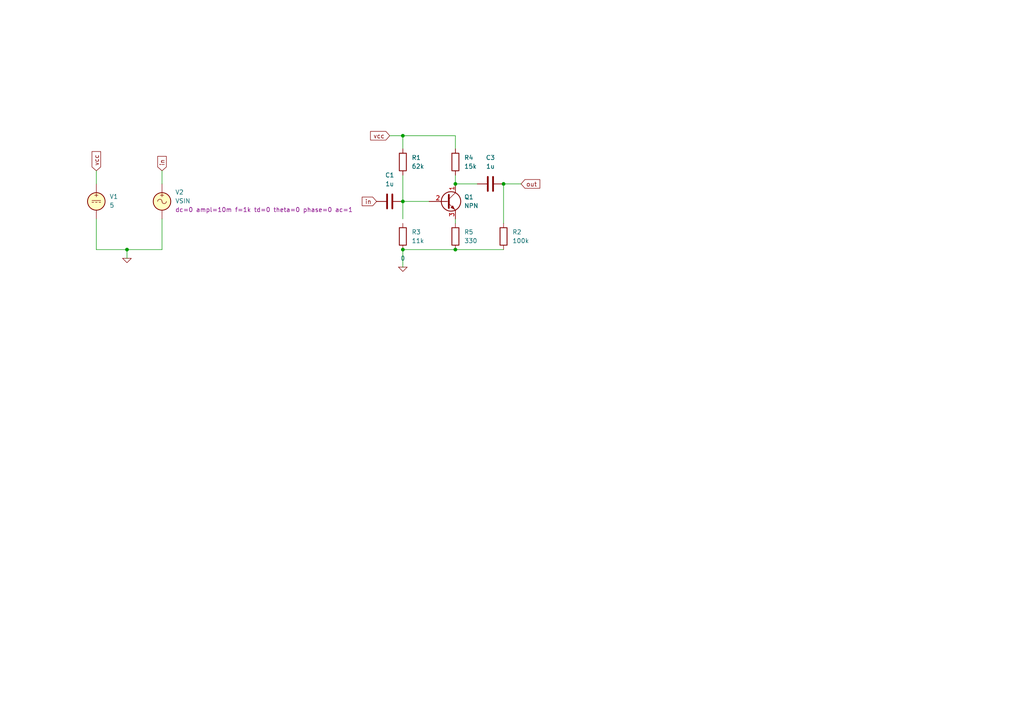
<source format=kicad_sch>
(kicad_sch (version 20231120) (generator "eeschema") (generator_version "8.0")
  (paper "A4")
  (lib_symbols
    (symbol "Device:C" (pin_numbers hide) (pin_names (offset 0.254))
      (property "Reference" "C" (at 0.635 2.54 0))
      (property "Value" "C" (at 0.635 -2.54 0))
      (symbol "C_0_1"
        (polyline (pts (xy -2.032 -0.762) (xy 2.032 -0.762)) (stroke (width 0.508)))
        (polyline (pts (xy -2.032 0.762) (xy 2.032 0.762)) (stroke (width 0.508)))
      )
      (symbol "C_1_1"
        (pin passive line (at 0 3.81 270) (length 2.794) (name "~") (number "1"))
        (pin passive line (at 0 -3.81 90) (length 2.794) (name "~") (number "2"))
      )
    )
    (symbol "Device:R" (pin_numbers hide) (pin_names (offset 0))
      (property "Reference" "R" (at 2.032 0 90))
      (property "Value" "R" (at 0 0 90))
      (symbol "R_0_1"
        (rectangle (start -1.016 -2.54) (end 1.016 2.54) (stroke (width 0.254)))
      )
      (symbol "R_1_1"
        (pin passive line (at 0 3.81 270) (length 1.27) (name "~") (number "1"))
        (pin passive line (at 0 -3.81 90) (length 1.27) (name "~") (number "2"))
      )
    )
    (symbol "Simulation_SPICE:0" (power) (pin_numbers hide) (pin_names (offset 0) hide)
      (property "Value" "0" (at 0 -2.54 0))
      (symbol "0_0_1"
        (polyline (pts (xy -1.27 0) (xy 0 -1.27) (xy 1.27 0) (xy -1.27 0)))
      )
      (symbol "0_1_1"
        (pin power_in line (at 0 0 0) (length 0) (name "~") (number "1"))
      )
    )
    (symbol "Simulation_SPICE:VDC" (pin_numbers hide) (pin_names (offset 0.0254))
      (property "Reference" "V" (at 2.54 2.54 0))
      (property "Value" "1" (at 2.54 0 0))
      (symbol "VDC_0_0"
        (polyline (pts (xy -1.27 0.254) (xy 1.27 0.254)))
        (polyline (pts (xy -0.762 -0.254) (xy -1.27 -0.254)))
        (polyline (pts (xy 0.254 -0.254) (xy -0.254 -0.254)))
        (polyline (pts (xy 1.27 -0.254) (xy 0.762 -0.254)))
        (text "+" (at 0 1.905 0) (effects (font (size 1.27 1.27))))
      )
      (symbol "VDC_0_1"
        (circle (center 0 0) (radius 2.54) (stroke (width 0.254)) (fill (type background)))
      )
      (symbol "VDC_1_1"
        (pin passive line (at 0 5.08 270) (length 2.54) (name "~") (number "1"))
        (pin passive line (at 0 -5.08 90) (length 2.54) (name "~") (number "2"))
      )
    )
    (symbol "Simulation_SPICE:VSIN" (pin_numbers hide) (pin_names (offset 0.0254))
      (property "Reference" "V" (at 2.54 2.54 0))
      (property "Value" "VSIN" (at 2.54 0 0))
      (property "Sim.Params" "dc=0 ampl=1 f=1k ac=1" (at 2.54 -2.54 0))
      (symbol "VSIN_0_0"
        (arc (start 0 0) (mid -0.635 0.6323) (end -1.27 0))
        (arc (start 0 0) (mid 0.635 -0.6323) (end 1.27 0))
        (text "+" (at 0 1.905 0) (effects (font (size 1.27 1.27))))
      )
      (symbol "VSIN_0_1"
        (circle (center 0 0) (radius 2.54) (stroke (width 0.254)) (fill (type background)))
      )
      (symbol "VSIN_1_1"
        (pin passive line (at 0 5.08 270) (length 2.54) (name "~") (number "1"))
        (pin passive line (at 0 -5.08 90) (length 2.54) (name "~") (number "2"))
      )
    )
    (symbol "Transistor_BJT:BC546" (pin_names (offset 0) hide)
      (property "Reference" "Q" (at 5.08 1.905 0))
      (property "Value" "BC546" (at 5.08 0 0))
      (symbol "BC546_0_1"
        (polyline (pts (xy 0 0) (xy 0.635 0)))
        (polyline (pts (xy 0.635 0.635) (xy 2.54 2.54)))
        (polyline (pts (xy 0.635 -0.635) (xy 2.54 -2.54) (xy 2.54 -2.54)))
        (polyline (pts (xy 0.635 1.905) (xy 0.635 -1.905) (xy 0.635 -1.905)) (stroke (width 0.508)))
        (polyline (pts (xy 1.27 -1.778) (xy 1.778 -1.27) (xy 2.286 -2.286) (xy 1.27 -1.778) (xy 1.27 -1.778)) (fill (type outline)))
        (circle (center 1.27 0) (radius 2.8194) (stroke (width 0.254)))
      )
      (symbol "BC546_1_1"
        (pin passive line (at 2.54 5.08 270) (length 2.54) (name "C") (number "1"))
        (pin input line (at -5.08 0 0) (length 5.08) (name "B") (number "2"))
        (pin passive line (at 2.54 -5.08 90) (length 2.54) (name "E") (number "3"))
      )
    )
  )
  (junction (at 116.84 39.37))
  (junction (at 132.08 72.39))
  (junction (at 116.84 72.39))
  (junction (at 36.83 72.39))
  (junction (at 132.08 53.34))
  (junction (at 116.84 58.42))
  (junction (at 146.05 53.34))
  (wire (pts (xy 116.84 50.8) (xy 116.84 58.42)))
  (wire (pts (xy 36.83 72.39) (xy 46.99 72.39)))
  (wire (pts (xy 46.99 63.5) (xy 46.99 72.39)))
  (wire (pts (xy 132.08 53.34) (xy 138.43 53.34)))
  (wire (pts (xy 146.05 53.34) (xy 146.05 64.77)))
  (wire (pts (xy 27.94 63.5) (xy 27.94 72.39)))
  (wire (pts (xy 132.08 72.39) (xy 146.05 72.39)))
  (wire (pts (xy 116.84 58.42) (xy 116.84 63.5)))
  (wire (pts (xy 116.84 72.39) (xy 132.08 72.39)))
  (wire (pts (xy 113.03 39.37) (xy 116.84 39.37)))
  (wire (pts (xy 27.94 72.39) (xy 36.83 72.39)))
  (wire (pts (xy 132.08 39.37) (xy 116.84 39.37)))
  (wire (pts (xy 132.08 63.5) (xy 132.08 64.77)))
  (wire (pts (xy 146.05 53.34) (xy 151.13 53.34)))
  (wire (pts (xy 36.83 72.39) (xy 36.83 74.93)))
  (wire (pts (xy 116.84 39.37) (xy 116.84 43.18)))
  (wire (pts (xy 116.84 58.42) (xy 124.46 58.42)))
  (wire (pts (xy 27.94 49.53) (xy 27.94 53.34)))
  (wire (pts (xy 132.08 43.18) (xy 132.08 39.37)))
  (wire (pts (xy 132.08 50.8) (xy 132.08 53.34)))
  (wire (pts (xy 116.84 72.39) (xy 116.84 77.47)))
  (wire (pts (xy 46.99 49.53) (xy 46.99 53.34)))
  (global_label "vcc" (shape input) (at 113.03 39.37 180) (property "Intersheetrefs" "${INTERSHEET_REFS}" (effects (hide yes))))
  (global_label "in" (shape input) (at 109.22 58.42 180) (property "Intersheetrefs" "${INTERSHEET_REFS}" (effects (hide yes))))
  (global_label "vcc" (shape input) (at 27.94 49.53 90) (property "Intersheetrefs" "${INTERSHEET_REFS}" (effects (hide yes))))
  (global_label "in" (shape input) (at 46.99 49.53 90) (property "Intersheetrefs" "${INTERSHEET_REFS}" (effects (hide yes))))
  (global_label "out" (shape input) (at 151.13 53.34 0) (property "Intersheetrefs" "${INTERSHEET_REFS}" (effects (hide yes))))
  (symbol (lib_id "Device:R") (at 116.84 46.99 180) (unit 1)
    (property "Reference" "R1" (at 119.38 45.7199 0) (effects (justify right)))
    (property "Value" "62k" (at 119.38 48.2599 0) (effects (justify right)))
    (property "Description" "Resistor" (effects (hide yes)))
  )
  (symbol (lib_id "Simulation_SPICE:VDC") (at 27.94 58.42 0) (unit 1)
    (property "Reference" "V1" (at 31.75 57.0201 0) (effects (justify left)))
    (property "Value" "5" (at 31.75 59.5601 0) (effects (justify left)))
    (property "Datasheet" "https://ngspice.sourceforge.io/docs/ngspice-html-manual/manual.xhtml#sec_Independent_Sources_for" (effects (hide yes)))
    (property "Description" "Voltage source, DC" (effects (hide yes)))
    (property "Sim.Pins" "1=+ 2=-" (effects (hide yes)))
    (property "Sim.Type" "DC" (effects (hide yes)))
    (property "Sim.Device" "V" (effects (hide yes)))
  )
  (symbol (lib_id "Simulation_SPICE:0") (at 36.83 74.93 0) (unit 1)
    (property "Reference" "#GND02" (effects (hide yes)))
    (property "Value" "0" (effects (hide yes)))
    (property "Datasheet" "https://ngspice.sourceforge.io/docs/ngspice-html-manual/manual.xhtml#subsec_Circuit_elements__device" (effects (hide yes)))
    (property "Description" "0V reference potential for simulation" (effects (hide yes)))
  )
  (symbol (lib_id "Device:C") (at 113.03 58.42 90) (unit 1)
    (property "Reference" "C1" (at 113.03 50.8 90))
    (property "Value" "1u" (at 113.03 53.34 90))
    (property "Description" "Unpolarized capacitor" (effects (hide yes)))
  )
  (symbol (lib_id "Device:R") (at 146.05 68.58 180) (unit 1)
    (property "Reference" "R2" (at 148.59 67.3099 0) (effects (justify right)))
    (property "Value" "100k" (at 148.59 69.8499 0) (effects (justify right)))
    (property "Description" "Resistor" (effects (hide yes)))
  )
  (symbol (lib_id "Simulation_SPICE:VSIN") (at 46.99 58.42 0) (unit 1)
    (property "Reference" "V2" (at 50.8 55.7501 0) (effects (justify left)))
    (property "Value" "VSIN" (at 50.8 58.2901 0) (effects (justify left)))
    (property "Datasheet" "https://ngspice.sourceforge.io/docs/ngspice-html-manual/manual.xhtml#sec_Independent_Sources_for" (effects (hide yes)))
    (property "Description" "Voltage source, sinusoidal" (effects (hide yes)))
    (property "Sim.Pins" "1=+ 2=-" (effects (hide yes)))
    (property "Sim.Params" "dc=0 ampl=10m f=1k td=0 theta=0 phase=0 ac=1" (at 50.8 60.8301 0) (effects (justify left)))
    (property "Sim.Type" "SIN" (effects (hide yes)))
    (property "Sim.Device" "V" (effects (hide yes)))
  )
  (symbol (lib_id "Transistor_BJT:BC546") (at 129.54 58.42 0) (unit 1)
    (property "Reference" "Q1" (at 134.62 57.1499 0) (effects (justify left)))
    (property "Value" "NPN" (at 134.62 59.6899 0) (effects (justify left)))
    (property "Footprint" "Package_TO_SOT_THT:TO-92_Inline" (effects (hide yes)))
    (property "Datasheet" "https://www.onsemi.com/pub/Collateral/BC550-D.pdf" (effects (hide yes)))
    (property "Description" "0.1A Ic, 65V Vce, Small Signal NPN Transistor, TO-92" (effects (hide yes)))
    (property "Sim.Device" "NPN" (effects (hide yes)))
    (property "Sim.Type" "GUMMELPOON" (effects (hide yes)))
    (property "Sim.Pins" "1=C 2=B 3=E" (effects (hide yes)))
  )
  (symbol (lib_id "Device:R") (at 116.84 68.58 180) (unit 1)
    (property "Reference" "R3" (at 119.38 67.3099 0) (effects (justify right)))
    (property "Value" "11k" (at 119.38 69.8499 0) (effects (justify right)))
    (property "Description" "Resistor" (effects (hide yes)))
  )
  (symbol (lib_id "Device:C") (at 142.24 53.34 90) (unit 1)
    (property "Reference" "C3" (at 142.24 45.72 90))
    (property "Value" "1u" (at 142.24 48.26 90))
    (property "Description" "Unpolarized capacitor" (effects (hide yes)))
  )
  (symbol (lib_id "Simulation_SPICE:0") (at 116.84 77.47 0) (unit 1)
    (property "Reference" "#GND01" (effects (hide yes)))
    (property "Value" "0" (at 116.84 74.93 0))
    (property "Datasheet" "https://ngspice.sourceforge.io/docs/ngspice-html-manual/manual.xhtml#subsec_Circuit_elements__device" (effects (hide yes)))
    (property "Description" "0V reference potential for simulation" (effects (hide yes)))
  )
  (symbol (lib_id "Device:R") (at 132.08 46.99 180) (unit 1)
    (property "Reference" "R4" (at 134.62 45.7199 0) (effects (justify right)))
    (property "Value" "15k" (at 134.62 48.2599 0) (effects (justify right)))
    (property "Description" "Resistor" (effects (hide yes)))
  )
  (symbol (lib_id "Device:R") (at 132.08 68.58 180) (unit 1)
    (property "Reference" "R5" (at 134.62 67.3099 0) (effects (justify right)))
    (property "Value" "330" (at 134.62 69.8499 0) (effects (justify right)))
    (property "Description" "Resistor" (effects (hide yes)))
  )
)
</source>
